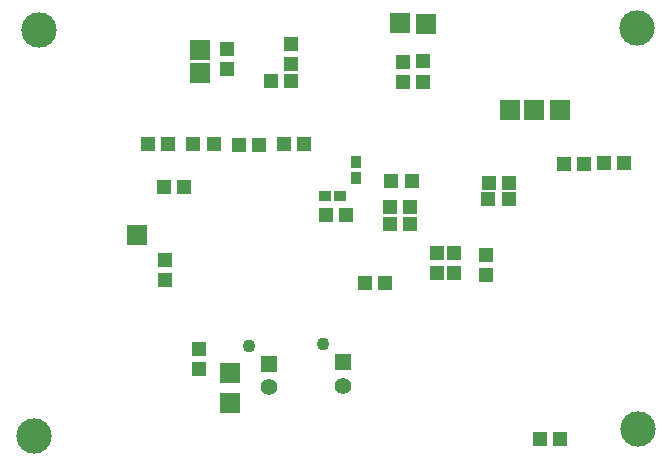
<source format=gbr>
G04 DipTrace 3.2.0.1*
G04 BottomMask.gbr*
%MOMM*%
G04 #@! TF.FileFunction,Soldermask,Bot*
G04 #@! TF.Part,Single*
%ADD47C,1.1*%
%ADD48C,3.0*%
%ADD64R,1.7X1.7*%
%ADD74C,1.4*%
%ADD76R,1.4X1.4*%
%ADD88R,1.2X1.3*%
%ADD90R,1.3X1.2*%
%ADD92R,1.1X0.9*%
%ADD94R,0.9X1.1*%
%FSLAX35Y35*%
G04*
G71*
G90*
G75*
G01*
G04 BotMask*
%LPD*%
D94*
X-1479927Y3183003D3*
Y3053003D3*
D92*
X-1745250Y2893183D3*
X-1615250D3*
D90*
X-1182767Y3025200D3*
X-1012767D3*
D88*
X-795953Y2246667D3*
Y2416667D3*
D90*
X-361410Y2868850D3*
X-191410D3*
D88*
X-386747Y2225557D3*
Y2395557D3*
X-657557Y2244430D3*
Y2414430D3*
D90*
X-361047Y3006653D3*
X-191047D3*
X-1024270Y2662070D3*
X-1194270D3*
X-1023223Y2804647D3*
X-1193223D3*
X-3108003Y2971640D3*
X-2938003D3*
D88*
X-2031413Y4013170D3*
Y4183170D3*
X-2814157Y1599467D3*
Y1429467D3*
D76*
X-2216303Y1477947D3*
D74*
Y1277947D3*
D47*
X-2386303Y1627947D3*
D76*
X-1593567Y1490190D3*
D74*
Y1290190D3*
D47*
X-1763567Y1640190D3*
D90*
X-1739067Y2734017D3*
X-1569067D3*
D88*
X-916730Y4036030D3*
Y3866030D3*
X-1083793Y4031753D3*
Y3861753D3*
D90*
X277093Y3171957D3*
X447093D3*
X783990Y3173357D3*
X613990D3*
X243573Y838830D3*
X73573D3*
X-1919807Y3337740D3*
X-2089807D3*
X-2303883Y3332297D3*
X-2473883D3*
X-2689113Y3340160D3*
X-2859113D3*
X-3071323Y3337740D3*
X-3241323D3*
D88*
X-3103187Y2189123D3*
Y2359123D3*
D90*
X-1237403Y2160073D3*
X-1407403D3*
D88*
X-2579037Y3972053D3*
Y4142053D3*
D90*
X-2204317Y3869807D3*
X-2034317D3*
D64*
X-2553693Y1141043D3*
X-3334267Y2568973D3*
X-2547067Y1400340D3*
X-2807643Y3938450D3*
X-2808167Y4136283D3*
X-177757Y3621220D3*
X24290Y3622463D3*
X240537Y3627070D3*
X-892217Y4353807D3*
X-1110860Y4364410D3*
D48*
X-4166357Y4300757D3*
X894017Y4315973D3*
X-4211823Y863273D3*
X907393Y926827D3*
M02*

</source>
